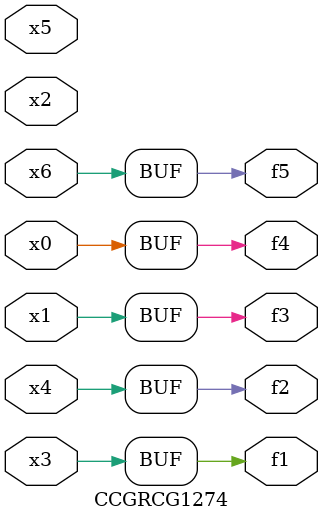
<source format=v>
module CCGRCG1274(
	input x0, x1, x2, x3, x4, x5, x6,
	output f1, f2, f3, f4, f5
);
	assign f1 = x3;
	assign f2 = x4;
	assign f3 = x1;
	assign f4 = x0;
	assign f5 = x6;
endmodule

</source>
